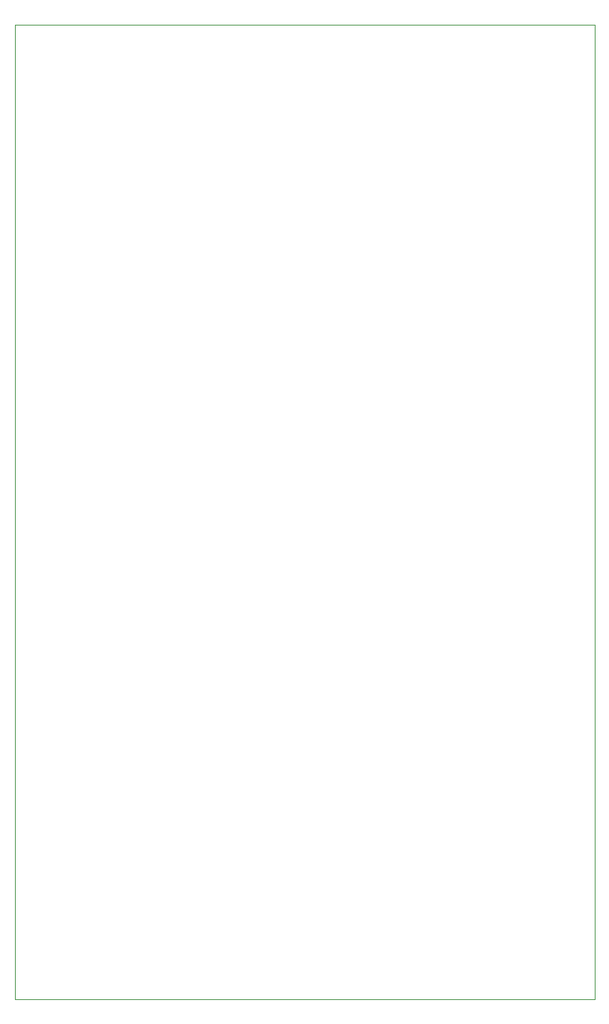
<source format=gbr>
G04 #@! TF.GenerationSoftware,KiCad,Pcbnew,(5.1.4-0-10_14)*
G04 #@! TF.CreationDate,2019-11-19T17:15:00-08:00*
G04 #@! TF.ProjectId,DS8,4453382e-6b69-4636-9164-5f7063625858,rev?*
G04 #@! TF.SameCoordinates,Original*
G04 #@! TF.FileFunction,Profile,NP*
%FSLAX46Y46*%
G04 Gerber Fmt 4.6, Leading zero omitted, Abs format (unit mm)*
G04 Created by KiCad (PCBNEW (5.1.4-0-10_14)) date 2019-11-19 17:15:00*
%MOMM*%
%LPD*%
G04 APERTURE LIST*
%ADD10C,0.050000*%
G04 APERTURE END LIST*
D10*
X0Y110000000D02*
X65532000Y110000000D01*
X65532000Y0D02*
X65532000Y110000000D01*
X65532000Y0D02*
X0Y0D01*
X0Y110000000D02*
X0Y0D01*
M02*

</source>
